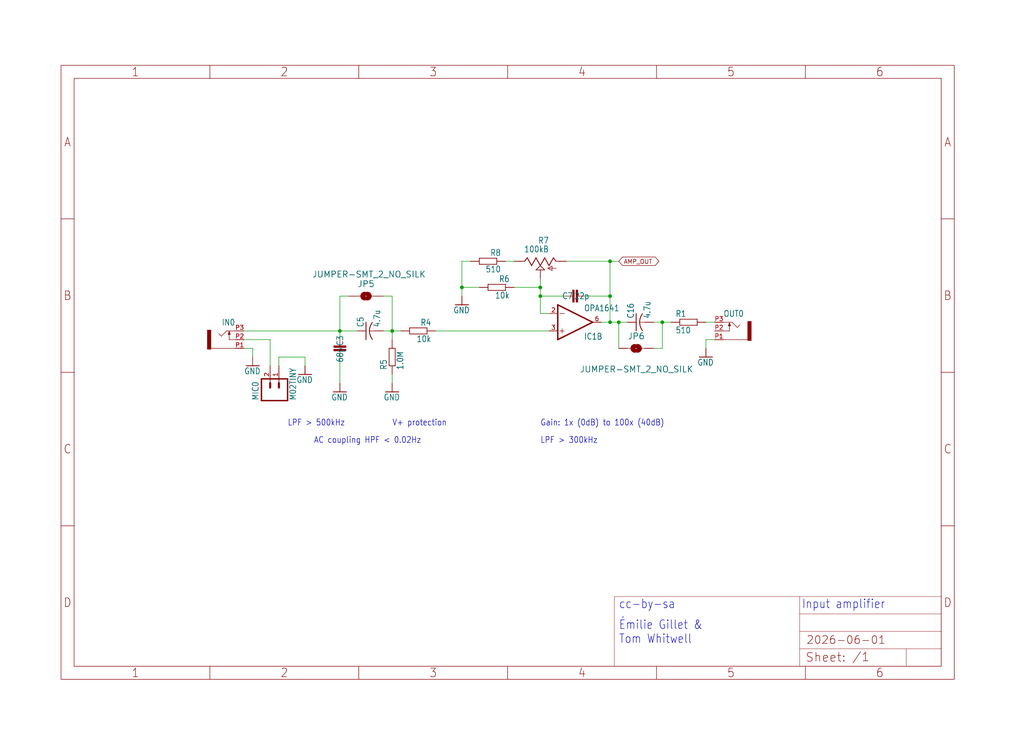
<source format=kicad_sch>
(kicad_sch
	(version 20231120)
	(generator "eeschema")
	(generator_version "8.0")
	(uuid "3e1f596f-da5a-4fad-beeb-fe958b4a70d9")
	(paper "User" 298.45 217.322)
	(lib_symbols
		(symbol "mikrophonie_2023-eagle-import:A4L-LOC"
			(exclude_from_sim no)
			(in_bom yes)
			(on_board yes)
			(property "Reference" "#FRAME"
				(at 0 0 0)
				(effects
					(font
						(size 1.27 1.27)
					)
					(hide yes)
				)
			)
			(property "Value" ""
				(at 0 0 0)
				(effects
					(font
						(size 1.27 1.27)
					)
					(hide yes)
				)
			)
			(property "Footprint" ""
				(at 0 0 0)
				(effects
					(font
						(size 1.27 1.27)
					)
					(hide yes)
				)
			)
			(property "Datasheet" ""
				(at 0 0 0)
				(effects
					(font
						(size 1.27 1.27)
					)
					(hide yes)
				)
			)
			(property "Description" "FRAME\n\nDIN A4, landscape with location and doc. field"
				(at 0 0 0)
				(effects
					(font
						(size 1.27 1.27)
					)
					(hide yes)
				)
			)
			(property "ki_locked" ""
				(at 0 0 0)
				(effects
					(font
						(size 1.27 1.27)
					)
				)
			)
			(symbol "A4L-LOC_1_0"
				(polyline
					(pts
						(xy 0 44.7675) (xy 3.81 44.7675)
					)
					(stroke
						(width 0)
						(type default)
					)
					(fill
						(type none)
					)
				)
				(polyline
					(pts
						(xy 0 89.535) (xy 3.81 89.535)
					)
					(stroke
						(width 0)
						(type default)
					)
					(fill
						(type none)
					)
				)
				(polyline
					(pts
						(xy 0 134.3025) (xy 3.81 134.3025)
					)
					(stroke
						(width 0)
						(type default)
					)
					(fill
						(type none)
					)
				)
				(polyline
					(pts
						(xy 3.81 3.81) (xy 3.81 175.26)
					)
					(stroke
						(width 0)
						(type default)
					)
					(fill
						(type none)
					)
				)
				(polyline
					(pts
						(xy 43.3917 0) (xy 43.3917 3.81)
					)
					(stroke
						(width 0)
						(type default)
					)
					(fill
						(type none)
					)
				)
				(polyline
					(pts
						(xy 43.3917 175.26) (xy 43.3917 179.07)
					)
					(stroke
						(width 0)
						(type default)
					)
					(fill
						(type none)
					)
				)
				(polyline
					(pts
						(xy 86.7833 0) (xy 86.7833 3.81)
					)
					(stroke
						(width 0)
						(type default)
					)
					(fill
						(type none)
					)
				)
				(polyline
					(pts
						(xy 86.7833 175.26) (xy 86.7833 179.07)
					)
					(stroke
						(width 0)
						(type default)
					)
					(fill
						(type none)
					)
				)
				(polyline
					(pts
						(xy 130.175 0) (xy 130.175 3.81)
					)
					(stroke
						(width 0)
						(type default)
					)
					(fill
						(type none)
					)
				)
				(polyline
					(pts
						(xy 130.175 175.26) (xy 130.175 179.07)
					)
					(stroke
						(width 0)
						(type default)
					)
					(fill
						(type none)
					)
				)
				(polyline
					(pts
						(xy 161.29 3.81) (xy 161.29 24.13)
					)
					(stroke
						(width 0.1016)
						(type solid)
					)
					(fill
						(type none)
					)
				)
				(polyline
					(pts
						(xy 161.29 24.13) (xy 215.265 24.13)
					)
					(stroke
						(width 0.1016)
						(type solid)
					)
					(fill
						(type none)
					)
				)
				(polyline
					(pts
						(xy 173.5667 0) (xy 173.5667 3.81)
					)
					(stroke
						(width 0)
						(type default)
					)
					(fill
						(type none)
					)
				)
				(polyline
					(pts
						(xy 173.5667 175.26) (xy 173.5667 179.07)
					)
					(stroke
						(width 0)
						(type default)
					)
					(fill
						(type none)
					)
				)
				(polyline
					(pts
						(xy 215.265 8.89) (xy 215.265 3.81)
					)
					(stroke
						(width 0.1016)
						(type solid)
					)
					(fill
						(type none)
					)
				)
				(polyline
					(pts
						(xy 215.265 8.89) (xy 215.265 13.97)
					)
					(stroke
						(width 0.1016)
						(type solid)
					)
					(fill
						(type none)
					)
				)
				(polyline
					(pts
						(xy 215.265 13.97) (xy 215.265 19.05)
					)
					(stroke
						(width 0.1016)
						(type solid)
					)
					(fill
						(type none)
					)
				)
				(polyline
					(pts
						(xy 215.265 13.97) (xy 256.54 13.97)
					)
					(stroke
						(width 0.1016)
						(type solid)
					)
					(fill
						(type none)
					)
				)
				(polyline
					(pts
						(xy 215.265 19.05) (xy 215.265 24.13)
					)
					(stroke
						(width 0.1016)
						(type solid)
					)
					(fill
						(type none)
					)
				)
				(polyline
					(pts
						(xy 215.265 19.05) (xy 256.54 19.05)
					)
					(stroke
						(width 0.1016)
						(type solid)
					)
					(fill
						(type none)
					)
				)
				(polyline
					(pts
						(xy 215.265 24.13) (xy 256.54 24.13)
					)
					(stroke
						(width 0.1016)
						(type solid)
					)
					(fill
						(type none)
					)
				)
				(polyline
					(pts
						(xy 216.9583 0) (xy 216.9583 3.81)
					)
					(stroke
						(width 0)
						(type default)
					)
					(fill
						(type none)
					)
				)
				(polyline
					(pts
						(xy 216.9583 175.26) (xy 216.9583 179.07)
					)
					(stroke
						(width 0)
						(type default)
					)
					(fill
						(type none)
					)
				)
				(polyline
					(pts
						(xy 246.38 3.81) (xy 246.38 8.89)
					)
					(stroke
						(width 0.1016)
						(type solid)
					)
					(fill
						(type none)
					)
				)
				(polyline
					(pts
						(xy 246.38 8.89) (xy 215.265 8.89)
					)
					(stroke
						(width 0.1016)
						(type solid)
					)
					(fill
						(type none)
					)
				)
				(polyline
					(pts
						(xy 246.38 8.89) (xy 256.54 8.89)
					)
					(stroke
						(width 0.1016)
						(type solid)
					)
					(fill
						(type none)
					)
				)
				(polyline
					(pts
						(xy 256.54 3.81) (xy 3.81 3.81)
					)
					(stroke
						(width 0)
						(type default)
					)
					(fill
						(type none)
					)
				)
				(polyline
					(pts
						(xy 256.54 3.81) (xy 256.54 8.89)
					)
					(stroke
						(width 0.1016)
						(type solid)
					)
					(fill
						(type none)
					)
				)
				(polyline
					(pts
						(xy 256.54 3.81) (xy 256.54 175.26)
					)
					(stroke
						(width 0)
						(type default)
					)
					(fill
						(type none)
					)
				)
				(polyline
					(pts
						(xy 256.54 8.89) (xy 256.54 13.97)
					)
					(stroke
						(width 0.1016)
						(type solid)
					)
					(fill
						(type none)
					)
				)
				(polyline
					(pts
						(xy 256.54 13.97) (xy 256.54 19.05)
					)
					(stroke
						(width 0.1016)
						(type solid)
					)
					(fill
						(type none)
					)
				)
				(polyline
					(pts
						(xy 256.54 19.05) (xy 256.54 24.13)
					)
					(stroke
						(width 0.1016)
						(type solid)
					)
					(fill
						(type none)
					)
				)
				(polyline
					(pts
						(xy 256.54 44.7675) (xy 260.35 44.7675)
					)
					(stroke
						(width 0)
						(type default)
					)
					(fill
						(type none)
					)
				)
				(polyline
					(pts
						(xy 256.54 89.535) (xy 260.35 89.535)
					)
					(stroke
						(width 0)
						(type default)
					)
					(fill
						(type none)
					)
				)
				(polyline
					(pts
						(xy 256.54 134.3025) (xy 260.35 134.3025)
					)
					(stroke
						(width 0)
						(type default)
					)
					(fill
						(type none)
					)
				)
				(polyline
					(pts
						(xy 256.54 175.26) (xy 3.81 175.26)
					)
					(stroke
						(width 0)
						(type default)
					)
					(fill
						(type none)
					)
				)
				(polyline
					(pts
						(xy 0 0) (xy 260.35 0) (xy 260.35 179.07) (xy 0 179.07) (xy 0 0)
					)
					(stroke
						(width 0)
						(type default)
					)
					(fill
						(type none)
					)
				)
				(text "${#}/${##}"
					(at 230.505 5.08 0)
					(effects
						(font
							(size 2.54 2.54)
						)
						(justify left bottom)
					)
				)
				(text "${CURRENT_DATE}"
					(at 217.17 10.16 0)
					(effects
						(font
							(size 2.286 2.286)
						)
						(justify left bottom)
					)
				)
				(text "${PROJECTNAME}"
					(at 217.17 15.24 0)
					(effects
						(font
							(size 2.54 2.54)
						)
						(justify left bottom)
					)
				)
				(text "1"
					(at 21.6958 1.905 0)
					(effects
						(font
							(size 2.54 2.286)
						)
					)
				)
				(text "1"
					(at 21.6958 177.165 0)
					(effects
						(font
							(size 2.54 2.286)
						)
					)
				)
				(text "2"
					(at 65.0875 1.905 0)
					(effects
						(font
							(size 2.54 2.286)
						)
					)
				)
				(text "2"
					(at 65.0875 177.165 0)
					(effects
						(font
							(size 2.54 2.286)
						)
					)
				)
				(text "3"
					(at 108.4792 1.905 0)
					(effects
						(font
							(size 2.54 2.286)
						)
					)
				)
				(text "3"
					(at 108.4792 177.165 0)
					(effects
						(font
							(size 2.54 2.286)
						)
					)
				)
				(text "4"
					(at 151.8708 1.905 0)
					(effects
						(font
							(size 2.54 2.286)
						)
					)
				)
				(text "4"
					(at 151.8708 177.165 0)
					(effects
						(font
							(size 2.54 2.286)
						)
					)
				)
				(text "5"
					(at 195.2625 1.905 0)
					(effects
						(font
							(size 2.54 2.286)
						)
					)
				)
				(text "5"
					(at 195.2625 177.165 0)
					(effects
						(font
							(size 2.54 2.286)
						)
					)
				)
				(text "6"
					(at 238.6542 1.905 0)
					(effects
						(font
							(size 2.54 2.286)
						)
					)
				)
				(text "6"
					(at 238.6542 177.165 0)
					(effects
						(font
							(size 2.54 2.286)
						)
					)
				)
				(text "A"
					(at 1.905 156.6863 0)
					(effects
						(font
							(size 2.54 2.286)
						)
					)
				)
				(text "A"
					(at 258.445 156.6863 0)
					(effects
						(font
							(size 2.54 2.286)
						)
					)
				)
				(text "B"
					(at 1.905 111.9188 0)
					(effects
						(font
							(size 2.54 2.286)
						)
					)
				)
				(text "B"
					(at 258.445 111.9188 0)
					(effects
						(font
							(size 2.54 2.286)
						)
					)
				)
				(text "C"
					(at 1.905 67.1513 0)
					(effects
						(font
							(size 2.54 2.286)
						)
					)
				)
				(text "C"
					(at 258.445 67.1513 0)
					(effects
						(font
							(size 2.54 2.286)
						)
					)
				)
				(text "D"
					(at 1.905 22.3838 0)
					(effects
						(font
							(size 2.54 2.286)
						)
					)
				)
				(text "D"
					(at 258.445 22.3838 0)
					(effects
						(font
							(size 2.54 2.286)
						)
					)
				)
				(text "Sheet:"
					(at 216.916 4.953 0)
					(effects
						(font
							(size 2.54 2.54)
						)
						(justify left bottom)
					)
				)
			)
		)
		(symbol "mikrophonie_2023-eagle-import:C-USC0603"
			(exclude_from_sim no)
			(in_bom yes)
			(on_board yes)
			(property "Reference" "C"
				(at 1.016 0.635 0)
				(effects
					(font
						(size 1.778 1.5113)
					)
					(justify left bottom)
				)
			)
			(property "Value" ""
				(at 1.016 -4.191 0)
				(effects
					(font
						(size 1.778 1.5113)
					)
					(justify left bottom)
				)
			)
			(property "Footprint" "mikrophonie_2023:C0603"
				(at 0 0 0)
				(effects
					(font
						(size 1.27 1.27)
					)
					(hide yes)
				)
			)
			(property "Datasheet" ""
				(at 0 0 0)
				(effects
					(font
						(size 1.27 1.27)
					)
					(hide yes)
				)
			)
			(property "Description" "CAPACITOR, American symbol"
				(at 0 0 0)
				(effects
					(font
						(size 1.27 1.27)
					)
					(hide yes)
				)
			)
			(property "ki_locked" ""
				(at 0 0 0)
				(effects
					(font
						(size 1.27 1.27)
					)
				)
			)
			(symbol "C-USC0603_1_0"
				(arc
					(start 0 -1.0161)
					(mid -1.302 -1.2303)
					(end -2.4668 -1.8504)
					(stroke
						(width 0.254)
						(type solid)
					)
					(fill
						(type none)
					)
				)
				(polyline
					(pts
						(xy -2.54 0) (xy 2.54 0)
					)
					(stroke
						(width 0.254)
						(type solid)
					)
					(fill
						(type none)
					)
				)
				(polyline
					(pts
						(xy 0 -1.016) (xy 0 -2.54)
					)
					(stroke
						(width 0.1524)
						(type solid)
					)
					(fill
						(type none)
					)
				)
				(arc
					(start 2.4892 -1.8541)
					(mid 1.3158 -1.2194)
					(end 0 -1)
					(stroke
						(width 0.254)
						(type solid)
					)
					(fill
						(type none)
					)
				)
				(pin passive line
					(at 0 2.54 270)
					(length 2.54)
					(name "1"
						(effects
							(font
								(size 0 0)
							)
						)
					)
					(number "1"
						(effects
							(font
								(size 0 0)
							)
						)
					)
				)
				(pin passive line
					(at 0 -5.08 90)
					(length 2.54)
					(name "2"
						(effects
							(font
								(size 0 0)
							)
						)
					)
					(number "2"
						(effects
							(font
								(size 0 0)
							)
						)
					)
				)
			)
		)
		(symbol "mikrophonie_2023-eagle-import:CAPACITOR-90"
			(exclude_from_sim no)
			(in_bom yes)
			(on_board yes)
			(property "Reference" ""
				(at 2.54 0 90)
				(effects
					(font
						(size 1.778 1.5113)
					)
					(justify top)
					(hide yes)
				)
			)
			(property "Value" ""
				(at -2.54 0 90)
				(effects
					(font
						(size 1.778 1.5113)
					)
					(justify bottom)
				)
			)
			(property "Footprint" "mikrophonie_2023:C0402-90"
				(at 0 0 0)
				(effects
					(font
						(size 1.27 1.27)
					)
					(hide yes)
				)
			)
			(property "Datasheet" ""
				(at 0 0 0)
				(effects
					(font
						(size 1.27 1.27)
					)
					(hide yes)
				)
			)
			(property "Description" ""
				(at 0 0 0)
				(effects
					(font
						(size 1.27 1.27)
					)
					(hide yes)
				)
			)
			(property "ki_locked" ""
				(at 0 0 0)
				(effects
					(font
						(size 1.27 1.27)
					)
				)
			)
			(symbol "CAPACITOR-90_1_0"
				(rectangle
					(start -1.778 -0.762)
					(end 1.778 -0.254)
					(stroke
						(width 0)
						(type default)
					)
					(fill
						(type outline)
					)
				)
				(rectangle
					(start -1.778 0.254)
					(end 1.778 0.762)
					(stroke
						(width 0)
						(type default)
					)
					(fill
						(type outline)
					)
				)
				(polyline
					(pts
						(xy 0 -2.54) (xy 0 -0.762)
					)
					(stroke
						(width 0.1524)
						(type solid)
					)
					(fill
						(type none)
					)
				)
				(polyline
					(pts
						(xy 0 2.54) (xy 0 0.762)
					)
					(stroke
						(width 0.1524)
						(type solid)
					)
					(fill
						(type none)
					)
				)
				(pin passive line
					(at 0 2.54 0)
					(length 0)
					(name "1"
						(effects
							(font
								(size 0 0)
							)
						)
					)
					(number "1"
						(effects
							(font
								(size 0 0)
							)
						)
					)
				)
				(pin passive line
					(at 0 -2.54 90)
					(length 0)
					(name "2"
						(effects
							(font
								(size 0 0)
							)
						)
					)
					(number "2"
						(effects
							(font
								(size 0 0)
							)
						)
					)
				)
			)
		)
		(symbol "mikrophonie_2023-eagle-import:GND"
			(power)
			(exclude_from_sim no)
			(in_bom yes)
			(on_board yes)
			(property "Reference" "#GND"
				(at 0 0 0)
				(effects
					(font
						(size 1.27 1.27)
					)
					(hide yes)
				)
			)
			(property "Value" ""
				(at -2.54 -2.54 0)
				(effects
					(font
						(size 1.778 1.5113)
					)
					(justify left bottom)
				)
			)
			(property "Footprint" ""
				(at 0 0 0)
				(effects
					(font
						(size 1.27 1.27)
					)
					(hide yes)
				)
			)
			(property "Datasheet" ""
				(at 0 0 0)
				(effects
					(font
						(size 1.27 1.27)
					)
					(hide yes)
				)
			)
			(property "Description" "SUPPLY SYMBOL"
				(at 0 0 0)
				(effects
					(font
						(size 1.27 1.27)
					)
					(hide yes)
				)
			)
			(property "ki_locked" ""
				(at 0 0 0)
				(effects
					(font
						(size 1.27 1.27)
					)
				)
			)
			(symbol "GND_1_0"
				(polyline
					(pts
						(xy -1.905 0) (xy 1.905 0)
					)
					(stroke
						(width 0.254)
						(type solid)
					)
					(fill
						(type none)
					)
				)
				(pin power_in line
					(at 0 2.54 270)
					(length 2.54)
					(name "GND"
						(effects
							(font
								(size 0 0)
							)
						)
					)
					(number "1"
						(effects
							(font
								(size 0 0)
							)
						)
					)
				)
			)
		)
		(symbol "mikrophonie_2023-eagle-import:JUMPER-SMT_2_NO_SILK"
			(exclude_from_sim no)
			(in_bom yes)
			(on_board yes)
			(property "Reference" "JP"
				(at -2.54 2.54 0)
				(effects
					(font
						(size 1.778 1.778)
					)
					(justify left bottom)
				)
			)
			(property "Value" ""
				(at -2.54 -2.54 0)
				(effects
					(font
						(size 1.778 1.778)
					)
					(justify left top)
				)
			)
			(property "Footprint" "mikrophonie_2023:SMT-JUMPER_2_NO_SILK"
				(at 0 0 0)
				(effects
					(font
						(size 1.27 1.27)
					)
					(hide yes)
				)
			)
			(property "Datasheet" ""
				(at 0 0 0)
				(effects
					(font
						(size 1.27 1.27)
					)
					(hide yes)
				)
			)
			(property "Description" "Normally open jumper\n\nThis jumper has two pads in close proximity to each other. Apply solder to close the connection.\n\nRound pads are easier to solder for beginners, but are a lot larger.\n\nSparkFun Product that uses the round pads:\n\n• https://www.sparkfun.com/products/12781 SparkFun EL Sequencer"
				(at 0 0 0)
				(effects
					(font
						(size 1.27 1.27)
					)
					(hide yes)
				)
			)
			(property "ki_locked" ""
				(at 0 0 0)
				(effects
					(font
						(size 1.27 1.27)
					)
				)
			)
			(symbol "JUMPER-SMT_2_NO_SILK_1_0"
				(arc
					(start -0.3808 0.635)
					(mid -1.0159 0.0001)
					(end -0.381 -0.635)
					(stroke
						(width 1.27)
						(type solid)
					)
					(fill
						(type none)
					)
				)
				(polyline
					(pts
						(xy -2.54 0) (xy -1.651 0)
					)
					(stroke
						(width 0.1524)
						(type solid)
					)
					(fill
						(type none)
					)
				)
				(polyline
					(pts
						(xy 2.54 0) (xy 1.651 0)
					)
					(stroke
						(width 0.1524)
						(type solid)
					)
					(fill
						(type none)
					)
				)
				(arc
					(start 0.3808 -0.635)
					(mid 1.0159 -0.0001)
					(end 0.381 0.635)
					(stroke
						(width 1.27)
						(type solid)
					)
					(fill
						(type none)
					)
				)
				(pin passive line
					(at -5.08 0 0)
					(length 2.54)
					(name "1"
						(effects
							(font
								(size 0 0)
							)
						)
					)
					(number "1"
						(effects
							(font
								(size 0 0)
							)
						)
					)
				)
				(pin passive line
					(at 5.08 0 180)
					(length 2.54)
					(name "2"
						(effects
							(font
								(size 0 0)
							)
						)
					)
					(number "2"
						(effects
							(font
								(size 0 0)
							)
						)
					)
				)
			)
		)
		(symbol "mikrophonie_2023-eagle-import:M02TINY"
			(exclude_from_sim no)
			(in_bom yes)
			(on_board yes)
			(property "Reference" "JP"
				(at -2.54 5.842 0)
				(effects
					(font
						(size 1.778 1.5113)
					)
					(justify left bottom)
				)
			)
			(property "Value" ""
				(at -2.54 -5.08 0)
				(effects
					(font
						(size 1.778 1.5113)
					)
					(justify left bottom)
				)
			)
			(property "Footprint" "mikrophonie_2023:1X02_TINY"
				(at 0 0 0)
				(effects
					(font
						(size 1.27 1.27)
					)
					(hide yes)
				)
			)
			(property "Datasheet" ""
				(at 0 0 0)
				(effects
					(font
						(size 1.27 1.27)
					)
					(hide yes)
				)
			)
			(property "Description" "Header 2 Standard 2-pin 0.1\" header. Use with straight break away headers (SKU : PRT-00116), right angle break away headers (PRT-00553), swiss pins (PRT-00743), machine pins (PRT-00117), and female headers (PRT-00115). Molex polarized connector foot print use with SKU : PRT-08233 with associated crimp pins and housings."
				(at 0 0 0)
				(effects
					(font
						(size 1.27 1.27)
					)
					(hide yes)
				)
			)
			(property "ki_locked" ""
				(at 0 0 0)
				(effects
					(font
						(size 1.27 1.27)
					)
				)
			)
			(symbol "M02TINY_1_0"
				(polyline
					(pts
						(xy -2.54 5.08) (xy -2.54 -2.54)
					)
					(stroke
						(width 0.4064)
						(type solid)
					)
					(fill
						(type none)
					)
				)
				(polyline
					(pts
						(xy -2.54 5.08) (xy 3.81 5.08)
					)
					(stroke
						(width 0.4064)
						(type solid)
					)
					(fill
						(type none)
					)
				)
				(polyline
					(pts
						(xy 1.27 0) (xy 2.54 0)
					)
					(stroke
						(width 0.6096)
						(type solid)
					)
					(fill
						(type none)
					)
				)
				(polyline
					(pts
						(xy 1.27 2.54) (xy 2.54 2.54)
					)
					(stroke
						(width 0.6096)
						(type solid)
					)
					(fill
						(type none)
					)
				)
				(polyline
					(pts
						(xy 3.81 -2.54) (xy -2.54 -2.54)
					)
					(stroke
						(width 0.4064)
						(type solid)
					)
					(fill
						(type none)
					)
				)
				(polyline
					(pts
						(xy 3.81 -2.54) (xy 3.81 5.08)
					)
					(stroke
						(width 0.4064)
						(type solid)
					)
					(fill
						(type none)
					)
				)
				(pin passive line
					(at 7.62 0 180)
					(length 5.08)
					(name "1"
						(effects
							(font
								(size 0 0)
							)
						)
					)
					(number "1"
						(effects
							(font
								(size 1.27 1.27)
							)
						)
					)
				)
				(pin passive line
					(at 7.62 2.54 180)
					(length 5.08)
					(name "2"
						(effects
							(font
								(size 0 0)
							)
						)
					)
					(number "2"
						(effects
							(font
								(size 1.27 1.27)
							)
						)
					)
				)
			)
		)
		(symbol "mikrophonie_2023-eagle-import:OPA1641"
			(exclude_from_sim no)
			(in_bom yes)
			(on_board yes)
			(property "Reference" "IC"
				(at 2.54 3.175 0)
				(effects
					(font
						(size 1.778 1.5113)
					)
					(justify left bottom)
					(hide yes)
				)
			)
			(property "Value" ""
				(at 2.54 -5.08 0)
				(effects
					(font
						(size 1.778 1.5113)
					)
					(justify left bottom)
					(hide yes)
				)
			)
			(property "Footprint" "mikrophonie_2023:MSOP8"
				(at 0 0 0)
				(effects
					(font
						(size 1.27 1.27)
					)
					(hide yes)
				)
			)
			(property "Datasheet" ""
				(at 0 0 0)
				(effects
					(font
						(size 1.27 1.27)
					)
					(hide yes)
				)
			)
			(property "Description" ""
				(at 0 0 0)
				(effects
					(font
						(size 1.27 1.27)
					)
					(hide yes)
				)
			)
			(property "ki_locked" ""
				(at 0 0 0)
				(effects
					(font
						(size 1.27 1.27)
					)
				)
			)
			(symbol "OPA1641_1_0"
				(text "V+"
					(at 1.27 3.175 900)
					(effects
						(font
							(size 0.8128 0.6908)
						)
						(justify left bottom)
					)
				)
				(text "V-"
					(at 1.27 -4.445 900)
					(effects
						(font
							(size 0.8128 0.6908)
						)
						(justify left bottom)
					)
				)
				(pin power_in line
					(at 0 -7.62 90)
					(length 5.08)
					(name "V-"
						(effects
							(font
								(size 0 0)
							)
						)
					)
					(number "4"
						(effects
							(font
								(size 1.27 1.27)
							)
						)
					)
				)
				(pin power_in line
					(at 0 7.62 270)
					(length 5.08)
					(name "V+"
						(effects
							(font
								(size 0 0)
							)
						)
					)
					(number "7"
						(effects
							(font
								(size 1.27 1.27)
							)
						)
					)
				)
			)
			(symbol "OPA1641_2_0"
				(polyline
					(pts
						(xy -5.08 -5.08) (xy 5.08 0)
					)
					(stroke
						(width 0.4064)
						(type solid)
					)
					(fill
						(type none)
					)
				)
				(polyline
					(pts
						(xy -5.08 5.08) (xy -5.08 -5.08)
					)
					(stroke
						(width 0.4064)
						(type solid)
					)
					(fill
						(type none)
					)
				)
				(polyline
					(pts
						(xy -4.445 -2.54) (xy -3.175 -2.54)
					)
					(stroke
						(width 0.1524)
						(type solid)
					)
					(fill
						(type none)
					)
				)
				(polyline
					(pts
						(xy -4.445 2.54) (xy -3.175 2.54)
					)
					(stroke
						(width 0.1524)
						(type solid)
					)
					(fill
						(type none)
					)
				)
				(polyline
					(pts
						(xy -3.81 3.175) (xy -3.81 1.905)
					)
					(stroke
						(width 0.1524)
						(type solid)
					)
					(fill
						(type none)
					)
				)
				(polyline
					(pts
						(xy 5.08 0) (xy -5.08 5.08)
					)
					(stroke
						(width 0.4064)
						(type solid)
					)
					(fill
						(type none)
					)
				)
				(pin input line
					(at -7.62 -2.54 0)
					(length 2.54)
					(name "-IN"
						(effects
							(font
								(size 0 0)
							)
						)
					)
					(number "2"
						(effects
							(font
								(size 1.27 1.27)
							)
						)
					)
				)
				(pin input line
					(at -7.62 2.54 0)
					(length 2.54)
					(name "+IN"
						(effects
							(font
								(size 0 0)
							)
						)
					)
					(number "3"
						(effects
							(font
								(size 1.27 1.27)
							)
						)
					)
				)
				(pin output line
					(at 7.62 0 180)
					(length 2.54)
					(name "OUT"
						(effects
							(font
								(size 0 0)
							)
						)
					)
					(number "6"
						(effects
							(font
								(size 1.27 1.27)
							)
						)
					)
				)
			)
		)
		(symbol "mikrophonie_2023-eagle-import:PJ301_THONKICONN6"
			(exclude_from_sim no)
			(in_bom yes)
			(on_board yes)
			(property "Reference" "J"
				(at -2.54 4.064 0)
				(effects
					(font
						(size 1.778 1.5113)
					)
					(justify left bottom)
				)
			)
			(property "Value" ""
				(at 0 0 0)
				(effects
					(font
						(size 1.27 1.27)
					)
					(hide yes)
				)
			)
			(property "Footprint" "mikrophonie_2023:WQP_PJ_301M6"
				(at 0 0 0)
				(effects
					(font
						(size 1.27 1.27)
					)
					(hide yes)
				)
			)
			(property "Datasheet" ""
				(at 0 0 0)
				(effects
					(font
						(size 1.27 1.27)
					)
					(hide yes)
				)
			)
			(property "Description" ""
				(at 0 0 0)
				(effects
					(font
						(size 1.27 1.27)
					)
					(hide yes)
				)
			)
			(property "ki_locked" ""
				(at 0 0 0)
				(effects
					(font
						(size 1.27 1.27)
					)
				)
			)
			(symbol "PJ301_THONKICONN6_1_0"
				(polyline
					(pts
						(xy -2.54 -2.54) (xy 4.572 -2.54)
					)
					(stroke
						(width 0.1524)
						(type solid)
					)
					(fill
						(type none)
					)
				)
				(polyline
					(pts
						(xy -2.54 0) (xy -0.762 0)
					)
					(stroke
						(width 0.1524)
						(type solid)
					)
					(fill
						(type none)
					)
				)
				(polyline
					(pts
						(xy -2.54 2.54) (xy 0 2.54)
					)
					(stroke
						(width 0.1524)
						(type solid)
					)
					(fill
						(type none)
					)
				)
				(polyline
					(pts
						(xy -1.016 1.524) (xy -0.508 1.524)
					)
					(stroke
						(width 0.254)
						(type solid)
					)
					(fill
						(type none)
					)
				)
				(polyline
					(pts
						(xy -0.762 0) (xy -0.762 2.286)
					)
					(stroke
						(width 0.1524)
						(type solid)
					)
					(fill
						(type none)
					)
				)
				(polyline
					(pts
						(xy -0.762 2.286) (xy -1.016 1.524)
					)
					(stroke
						(width 0.254)
						(type solid)
					)
					(fill
						(type none)
					)
				)
				(polyline
					(pts
						(xy -0.508 1.524) (xy -0.762 2.286)
					)
					(stroke
						(width 0.254)
						(type solid)
					)
					(fill
						(type none)
					)
				)
				(polyline
					(pts
						(xy 0 2.54) (xy 1.524 1.016)
					)
					(stroke
						(width 0.1524)
						(type solid)
					)
					(fill
						(type none)
					)
				)
				(polyline
					(pts
						(xy 1.524 1.016) (xy 2.286 1.778)
					)
					(stroke
						(width 0.1524)
						(type solid)
					)
					(fill
						(type none)
					)
				)
				(rectangle
					(start 4.572 2.794)
					(end 5.588 -2.794)
					(stroke
						(width 0)
						(type default)
					)
					(fill
						(type outline)
					)
				)
				(pin passive line
					(at -5.08 -2.54 0)
					(length 2.54)
					(name "1"
						(effects
							(font
								(size 0 0)
							)
						)
					)
					(number "P1"
						(effects
							(font
								(size 1.27 1.27)
							)
						)
					)
				)
				(pin passive line
					(at -5.08 0 0)
					(length 2.54)
					(name "2"
						(effects
							(font
								(size 0 0)
							)
						)
					)
					(number "P2"
						(effects
							(font
								(size 1.27 1.27)
							)
						)
					)
				)
				(pin passive line
					(at -5.08 2.54 0)
					(length 2.54)
					(name "3"
						(effects
							(font
								(size 0 0)
							)
						)
					)
					(number "P3"
						(effects
							(font
								(size 1.27 1.27)
							)
						)
					)
				)
			)
		)
		(symbol "mikrophonie_2023-eagle-import:POT_USVERTICAL_PS"
			(exclude_from_sim no)
			(in_bom yes)
			(on_board yes)
			(property "Reference" "R"
				(at -5.08 -2.54 90)
				(effects
					(font
						(size 1.778 1.5113)
					)
					(justify left bottom)
				)
			)
			(property "Value" ""
				(at -2.54 -2.54 90)
				(effects
					(font
						(size 1.778 1.5113)
					)
					(justify left bottom)
				)
			)
			(property "Footprint" "mikrophonie_2023:ALPS_POT_VERTICAL_PS"
				(at 0 0 0)
				(effects
					(font
						(size 1.27 1.27)
					)
					(hide yes)
				)
			)
			(property "Datasheet" ""
				(at 0 0 0)
				(effects
					(font
						(size 1.27 1.27)
					)
					(hide yes)
				)
			)
			(property "Description" ""
				(at 0 0 0)
				(effects
					(font
						(size 1.27 1.27)
					)
					(hide yes)
				)
			)
			(property "ki_locked" ""
				(at 0 0 0)
				(effects
					(font
						(size 1.27 1.27)
					)
				)
			)
			(symbol "POT_USVERTICAL_PS_1_0"
				(polyline
					(pts
						(xy -1.016 -3.81) (xy 1.27 -2.54)
					)
					(stroke
						(width 0.254)
						(type solid)
					)
					(fill
						(type none)
					)
				)
				(polyline
					(pts
						(xy -1.016 -1.27) (xy 1.27 0)
					)
					(stroke
						(width 0.254)
						(type solid)
					)
					(fill
						(type none)
					)
				)
				(polyline
					(pts
						(xy -1.016 1.27) (xy 1.27 2.54)
					)
					(stroke
						(width 0.254)
						(type solid)
					)
					(fill
						(type none)
					)
				)
				(polyline
					(pts
						(xy -1.016 3.81) (xy 0 4.572)
					)
					(stroke
						(width 0.254)
						(type solid)
					)
					(fill
						(type none)
					)
				)
				(polyline
					(pts
						(xy 0 -5.08) (xy 0 -4.572)
					)
					(stroke
						(width 0.1524)
						(type solid)
					)
					(fill
						(type none)
					)
				)
				(polyline
					(pts
						(xy 0 -4.572) (xy -1.016 -3.81)
					)
					(stroke
						(width 0.254)
						(type solid)
					)
					(fill
						(type none)
					)
				)
				(polyline
					(pts
						(xy 0 4.572) (xy 0 5.08)
					)
					(stroke
						(width 0.1524)
						(type solid)
					)
					(fill
						(type none)
					)
				)
				(polyline
					(pts
						(xy 1.27 -2.54) (xy -1.016 -1.27)
					)
					(stroke
						(width 0.254)
						(type solid)
					)
					(fill
						(type none)
					)
				)
				(polyline
					(pts
						(xy 1.27 0) (xy -1.016 1.27)
					)
					(stroke
						(width 0.254)
						(type solid)
					)
					(fill
						(type none)
					)
				)
				(polyline
					(pts
						(xy 1.27 0) (xy 2.54 1.27)
					)
					(stroke
						(width 0.2032)
						(type solid)
					)
					(fill
						(type none)
					)
				)
				(polyline
					(pts
						(xy 1.27 2.54) (xy -1.016 3.81)
					)
					(stroke
						(width 0.254)
						(type solid)
					)
					(fill
						(type none)
					)
				)
				(polyline
					(pts
						(xy 1.397 -3.429) (xy 2.032 -2.159)
					)
					(stroke
						(width 0.1524)
						(type solid)
					)
					(fill
						(type none)
					)
				)
				(polyline
					(pts
						(xy 2.032 -4.699) (xy 2.032 -2.159)
					)
					(stroke
						(width 0.1524)
						(type solid)
					)
					(fill
						(type none)
					)
				)
				(polyline
					(pts
						(xy 2.032 -2.159) (xy 2.667 -3.429)
					)
					(stroke
						(width 0.1524)
						(type solid)
					)
					(fill
						(type none)
					)
				)
				(polyline
					(pts
						(xy 2.54 -1.27) (xy 1.27 0)
					)
					(stroke
						(width 0.2032)
						(type solid)
					)
					(fill
						(type none)
					)
				)
				(polyline
					(pts
						(xy 2.54 1.27) (xy 2.54 -1.27)
					)
					(stroke
						(width 0.2032)
						(type solid)
					)
					(fill
						(type none)
					)
				)
				(polyline
					(pts
						(xy 2.667 -3.429) (xy 1.397 -3.429)
					)
					(stroke
						(width 0.1524)
						(type solid)
					)
					(fill
						(type none)
					)
				)
				(pin passive line
					(at 0 7.62 270)
					(length 2.54)
					(name "E"
						(effects
							(font
								(size 0 0)
							)
						)
					)
					(number "P$1"
						(effects
							(font
								(size 0 0)
							)
						)
					)
				)
				(pin passive line
					(at 5.08 0 180)
					(length 2.54)
					(name "S"
						(effects
							(font
								(size 0 0)
							)
						)
					)
					(number "P$2"
						(effects
							(font
								(size 0 0)
							)
						)
					)
				)
				(pin passive line
					(at 0 -7.62 90)
					(length 2.54)
					(name "A"
						(effects
							(font
								(size 0 0)
							)
						)
					)
					(number "P$3"
						(effects
							(font
								(size 0 0)
							)
						)
					)
				)
			)
		)
		(symbol "mikrophonie_2023-eagle-import:RESISTOR-0402_90"
			(exclude_from_sim no)
			(in_bom yes)
			(on_board yes)
			(property "Reference" "R"
				(at 0 1.27 0)
				(effects
					(font
						(size 1.778 1.5113)
					)
					(justify bottom)
				)
			)
			(property "Value" ""
				(at 0 -1.27 0)
				(effects
					(font
						(size 1.778 1.5113)
					)
					(justify top)
				)
			)
			(property "Footprint" "mikrophonie_2023:C0402-90"
				(at 0 0 0)
				(effects
					(font
						(size 1.27 1.27)
					)
					(hide yes)
				)
			)
			(property "Datasheet" ""
				(at 0 0 0)
				(effects
					(font
						(size 1.27 1.27)
					)
					(hide yes)
				)
			)
			(property "Description" "Resistors\nall kinds in 0402 and 0603"
				(at 0 0 0)
				(effects
					(font
						(size 1.27 1.27)
					)
					(hide yes)
				)
			)
			(property "ki_locked" ""
				(at 0 0 0)
				(effects
					(font
						(size 1.27 1.27)
					)
				)
			)
			(symbol "RESISTOR-0402_90_1_0"
				(polyline
					(pts
						(xy -2.54 -0.889) (xy -2.54 0.889)
					)
					(stroke
						(width 0.2032)
						(type solid)
					)
					(fill
						(type none)
					)
				)
				(polyline
					(pts
						(xy -2.54 0.889) (xy 2.54 0.889)
					)
					(stroke
						(width 0.2032)
						(type solid)
					)
					(fill
						(type none)
					)
				)
				(polyline
					(pts
						(xy 2.54 -0.889) (xy -2.54 -0.889)
					)
					(stroke
						(width 0.2032)
						(type solid)
					)
					(fill
						(type none)
					)
				)
				(polyline
					(pts
						(xy 2.54 0.889) (xy 2.54 -0.889)
					)
					(stroke
						(width 0.2032)
						(type solid)
					)
					(fill
						(type none)
					)
				)
				(pin passive line
					(at -5.08 0 0)
					(length 2.54)
					(name "1"
						(effects
							(font
								(size 0 0)
							)
						)
					)
					(number "1"
						(effects
							(font
								(size 0 0)
							)
						)
					)
				)
				(pin passive line
					(at 5.08 0 180)
					(length 2.54)
					(name "2"
						(effects
							(font
								(size 0 0)
							)
						)
					)
					(number "2"
						(effects
							(font
								(size 0 0)
							)
						)
					)
				)
			)
		)
	)
	(junction
		(at 114.3 96.52)
		(diameter 0)
		(color 0 0 0 0)
		(uuid "011412ab-f0c1-4482-9773-497bc9cad7d7")
	)
	(junction
		(at 177.8 93.98)
		(diameter 0)
		(color 0 0 0 0)
		(uuid "0f032a24-6092-45c8-a8f9-fa7b442b3fb7")
	)
	(junction
		(at 177.8 86.36)
		(diameter 0)
		(color 0 0 0 0)
		(uuid "1029a189-6d67-4ccb-bfb5-19beb5cfd781")
	)
	(junction
		(at 177.8 76.2)
		(diameter 0)
		(color 0 0 0 0)
		(uuid "19b514b6-33d5-4bf1-9bab-e007252ab374")
	)
	(junction
		(at 157.48 83.82)
		(diameter 0)
		(color 0 0 0 0)
		(uuid "1fabf7f7-25d6-4a6e-96b3-89bb58215c45")
	)
	(junction
		(at 180.34 93.98)
		(diameter 0)
		(color 0 0 0 0)
		(uuid "2ba8ceff-ef5a-4bc1-8515-a62b98941cb2")
	)
	(junction
		(at 157.48 86.36)
		(diameter 0)
		(color 0 0 0 0)
		(uuid "567349fd-a35e-4f42-98f5-2dc771399f70")
	)
	(junction
		(at 99.06 96.52)
		(diameter 0)
		(color 0 0 0 0)
		(uuid "5969820e-e021-40bd-b309-4a84226c09a1")
	)
	(junction
		(at 134.62 83.82)
		(diameter 0)
		(color 0 0 0 0)
		(uuid "8f85bfb1-e352-47c2-88a6-98b2cf8be211")
	)
	(junction
		(at 193.04 93.98)
		(diameter 0)
		(color 0 0 0 0)
		(uuid "d4e24e68-f071-4e96-bc9b-ca299d371157")
	)
	(wire
		(pts
			(xy 177.8 76.2) (xy 177.8 86.36)
		)
		(stroke
			(width 0.1524)
			(type solid)
		)
		(uuid "04fca2e8-b561-449c-9c32-2b31cf5d215d")
	)
	(wire
		(pts
			(xy 134.62 83.82) (xy 134.62 76.2)
		)
		(stroke
			(width 0.1524)
			(type solid)
		)
		(uuid "0bf5ffe9-c8e4-4ec2-bbb3-243e78d51e14")
	)
	(wire
		(pts
			(xy 208.28 99.06) (xy 205.74 99.06)
		)
		(stroke
			(width 0.1524)
			(type solid)
		)
		(uuid "15369c40-7459-40a3-9b2a-3d29b6c9af0e")
	)
	(wire
		(pts
			(xy 149.86 83.82) (xy 157.48 83.82)
		)
		(stroke
			(width 0.1524)
			(type solid)
		)
		(uuid "1fda1f0a-7a7e-49ca-808f-1d9df476a0d5")
	)
	(wire
		(pts
			(xy 160.02 91.44) (xy 157.48 91.44)
		)
		(stroke
			(width 0.1524)
			(type solid)
		)
		(uuid "2061770f-ad2b-41c0-9619-7c449f4c9c9c")
	)
	(wire
		(pts
			(xy 180.34 93.98) (xy 182.88 93.98)
		)
		(stroke
			(width 0.1524)
			(type solid)
		)
		(uuid "2242f07e-bbb7-4734-9bcf-7cbb88f29653")
	)
	(wire
		(pts
			(xy 81.28 106.68) (xy 81.28 104.14)
		)
		(stroke
			(width 0.1524)
			(type solid)
		)
		(uuid "24e262aa-8756-4b6c-8336-d18c23a15205")
	)
	(wire
		(pts
			(xy 73.66 101.6) (xy 73.66 104.14)
		)
		(stroke
			(width 0.1524)
			(type solid)
		)
		(uuid "27a6de96-a764-455c-9a15-3e3cf13c6ab0")
	)
	(wire
		(pts
			(xy 71.12 101.6) (xy 73.66 101.6)
		)
		(stroke
			(width 0.1524)
			(type solid)
		)
		(uuid "2a4e9532-19d3-48be-8462-6b68afcddbda")
	)
	(wire
		(pts
			(xy 134.62 86.36) (xy 134.62 83.82)
		)
		(stroke
			(width 0.1524)
			(type solid)
		)
		(uuid "3138d1ba-c83f-4fd2-85b8-64a4f38bb4d5")
	)
	(wire
		(pts
			(xy 190.5 101.6) (xy 193.04 101.6)
		)
		(stroke
			(width 0.1524)
			(type solid)
		)
		(uuid "3cd4f2a2-2d58-4a76-9a75-fce9f35df997")
	)
	(wire
		(pts
			(xy 177.8 86.36) (xy 177.8 93.98)
		)
		(stroke
			(width 0.1524)
			(type solid)
		)
		(uuid "3f82d2e8-43c5-4e10-a492-4b47f659a0c8")
	)
	(wire
		(pts
			(xy 147.32 76.2) (xy 149.86 76.2)
		)
		(stroke
			(width 0.1524)
			(type solid)
		)
		(uuid "4002596d-41cf-4777-b877-7a85a217498e")
	)
	(wire
		(pts
			(xy 71.12 96.52) (xy 99.06 96.52)
		)
		(stroke
			(width 0.1524)
			(type solid)
		)
		(uuid "49e31ffc-a9da-4cb3-8c71-c7f49b85a74e")
	)
	(wire
		(pts
			(xy 165.1 76.2) (xy 177.8 76.2)
		)
		(stroke
			(width 0.1524)
			(type solid)
		)
		(uuid "4b2e1636-ddf7-4dbd-a927-dde9565bec7d")
	)
	(wire
		(pts
			(xy 114.3 86.36) (xy 114.3 96.52)
		)
		(stroke
			(width 0.1524)
			(type solid)
		)
		(uuid "50e139c7-a1b0-4d71-ac2e-2180ae2f446a")
	)
	(wire
		(pts
			(xy 81.28 104.14) (xy 88.9 104.14)
		)
		(stroke
			(width 0.1524)
			(type solid)
		)
		(uuid "595ef5bb-1eac-470d-b45b-0936ad8059db")
	)
	(wire
		(pts
			(xy 193.04 101.6) (xy 193.04 93.98)
		)
		(stroke
			(width 0.1524)
			(type solid)
		)
		(uuid "628e5b63-aa96-4e12-a77f-6d495a65e594")
	)
	(wire
		(pts
			(xy 139.7 83.82) (xy 134.62 83.82)
		)
		(stroke
			(width 0.1524)
			(type solid)
		)
		(uuid "6c598dd3-8cfd-4b4b-af54-997b80e007d6")
	)
	(wire
		(pts
			(xy 205.74 99.06) (xy 205.74 101.6)
		)
		(stroke
			(width 0.1524)
			(type solid)
		)
		(uuid "6e757f8c-961f-40e0-8843-345e975c1d44")
	)
	(wire
		(pts
			(xy 99.06 96.52) (xy 99.06 99.06)
		)
		(stroke
			(width 0.1524)
			(type solid)
		)
		(uuid "72281548-5786-42c6-b232-0d8e65e92f11")
	)
	(wire
		(pts
			(xy 157.48 91.44) (xy 157.48 86.36)
		)
		(stroke
			(width 0.1524)
			(type solid)
		)
		(uuid "738f068f-e7ef-44f3-bff8-96b52de7b0df")
	)
	(wire
		(pts
			(xy 127 96.52) (xy 160.02 96.52)
		)
		(stroke
			(width 0.1524)
			(type solid)
		)
		(uuid "7f8d6e81-2f42-49cb-8a8e-2c72e9266cec")
	)
	(wire
		(pts
			(xy 104.14 96.52) (xy 99.06 96.52)
		)
		(stroke
			(width 0.1524)
			(type solid)
		)
		(uuid "8078b488-5286-444b-a16a-6f90f430f073")
	)
	(wire
		(pts
			(xy 101.6 86.36) (xy 99.06 86.36)
		)
		(stroke
			(width 0.1524)
			(type solid)
		)
		(uuid "822b8a5d-a050-4aff-8782-06dcc49a134a")
	)
	(wire
		(pts
			(xy 170.18 86.36) (xy 177.8 86.36)
		)
		(stroke
			(width 0.1524)
			(type solid)
		)
		(uuid "84f7eff0-be63-4fd7-b466-b3d496e857ce")
	)
	(wire
		(pts
			(xy 111.76 96.52) (xy 114.3 96.52)
		)
		(stroke
			(width 0.1524)
			(type solid)
		)
		(uuid "874f0a91-0d41-45be-a4a1-62dd5d722b33")
	)
	(wire
		(pts
			(xy 114.3 99.06) (xy 114.3 96.52)
		)
		(stroke
			(width 0.1524)
			(type solid)
		)
		(uuid "8a955035-4eb2-45cc-be2e-7a4a0cd430df")
	)
	(wire
		(pts
			(xy 157.48 83.82) (xy 157.48 81.28)
		)
		(stroke
			(width 0.1524)
			(type solid)
		)
		(uuid "8de89edf-57c0-4e9e-9acb-dbb86be378bc")
	)
	(wire
		(pts
			(xy 99.06 104.14) (xy 99.06 111.76)
		)
		(stroke
			(width 0.1524)
			(type solid)
		)
		(uuid "8e4face0-9494-43e9-b8c5-3327f6117973")
	)
	(wire
		(pts
			(xy 88.9 104.14) (xy 88.9 106.68)
		)
		(stroke
			(width 0.1524)
			(type solid)
		)
		(uuid "8fdd39ec-097d-41b0-8bc8-53dec9460827")
	)
	(wire
		(pts
			(xy 111.76 86.36) (xy 114.3 86.36)
		)
		(stroke
			(width 0.1524)
			(type solid)
		)
		(uuid "9fba436f-d81a-4e8e-9002-a1a9f7472265")
	)
	(wire
		(pts
			(xy 175.26 93.98) (xy 177.8 93.98)
		)
		(stroke
			(width 0.1524)
			(type solid)
		)
		(uuid "a006c00a-d270-401e-a0ed-9bd582195ba8")
	)
	(wire
		(pts
			(xy 180.34 101.6) (xy 180.34 93.98)
		)
		(stroke
			(width 0.1524)
			(type solid)
		)
		(uuid "afbbd003-2a05-4e81-bb93-fbeb14b02fca")
	)
	(wire
		(pts
			(xy 180.34 76.2) (xy 177.8 76.2)
		)
		(stroke
			(width 0.1524)
			(type solid)
		)
		(uuid "b343766b-fbee-46fa-a9a3-e8967ca5121e")
	)
	(wire
		(pts
			(xy 71.12 99.06) (xy 78.74 99.06)
		)
		(stroke
			(width 0.1524)
			(type solid)
		)
		(uuid "bb0a7a69-567a-4105-aeab-51956888d046")
	)
	(wire
		(pts
			(xy 165.1 86.36) (xy 157.48 86.36)
		)
		(stroke
			(width 0.1524)
			(type solid)
		)
		(uuid "c3de8973-2521-4594-b688-0e1f0227ea96")
	)
	(wire
		(pts
			(xy 205.74 93.98) (xy 208.28 93.98)
		)
		(stroke
			(width 0.1524)
			(type solid)
		)
		(uuid "c75a83d7-ac73-4b02-bc4f-5de1d88dcbb5")
	)
	(wire
		(pts
			(xy 177.8 93.98) (xy 180.34 93.98)
		)
		(stroke
			(width 0.1524)
			(type solid)
		)
		(uuid "cefa8d6f-de99-4e9c-8410-ad5a04a02b17")
	)
	(wire
		(pts
			(xy 193.04 93.98) (xy 195.58 93.98)
		)
		(stroke
			(width 0.1524)
			(type solid)
		)
		(uuid "d20dfb56-a253-4198-aef0-43f2b5e8dde9")
	)
	(wire
		(pts
			(xy 157.48 86.36) (xy 157.48 83.82)
		)
		(stroke
			(width 0.1524)
			(type solid)
		)
		(uuid "da4b7ede-55b1-4f7b-b436-59dae7178466")
	)
	(wire
		(pts
			(xy 116.84 96.52) (xy 114.3 96.52)
		)
		(stroke
			(width 0.1524)
			(type solid)
		)
		(uuid "dd7abc3a-687f-4a46-bccb-e0daf40cd130")
	)
	(wire
		(pts
			(xy 78.74 99.06) (xy 78.74 106.68)
		)
		(stroke
			(width 0.1524)
			(type solid)
		)
		(uuid "e37d1712-400d-4150-8931-05c0710434fc")
	)
	(wire
		(pts
			(xy 114.3 109.22) (xy 114.3 111.76)
		)
		(stroke
			(width 0.1524)
			(type solid)
		)
		(uuid "f058da2c-a421-4180-8060-b1fb3e9af896")
	)
	(wire
		(pts
			(xy 193.04 93.98) (xy 190.5 93.98)
		)
		(stroke
			(width 0.1524)
			(type solid)
		)
		(uuid "f1a26ec0-382d-4e6d-ae27-46a42325a0ac")
	)
	(wire
		(pts
			(xy 134.62 76.2) (xy 137.16 76.2)
		)
		(stroke
			(width 0.1524)
			(type solid)
		)
		(uuid "f47cf0ab-99c4-4bfe-9335-4a49cda8a728")
	)
	(wire
		(pts
			(xy 99.06 86.36) (xy 99.06 96.52)
		)
		(stroke
			(width 0.1524)
			(type solid)
		)
		(uuid "ffcf8c5f-1c60-4d52-9b28-606a80d6a269")
	)
	(text "V+ protection"
		(exclude_from_sim no)
		(at 114.3 124.46 0)
		(effects
			(font
				(size 1.778 1.5113)
			)
			(justify left bottom)
		)
		(uuid "1efc06d4-9158-4425-8f08-776eddb68021")
	)
	(text "Émilie Gillet &\nTom Whitwell"
		(exclude_from_sim no)
		(at 180.34 187.96 0)
		(effects
			(font
				(size 2.54 2.159)
			)
			(justify left bottom)
		)
		(uuid "72562bac-92df-4630-a455-ed947c7c9330")
	)
	(text "LPF > 500kHz"
		(exclude_from_sim no)
		(at 83.82 124.46 0)
		(effects
			(font
				(size 1.778 1.5113)
			)
			(justify left bottom)
		)
		(uuid "7a52d144-c2c5-47a0-92ed-46296834f7f2")
	)
	(text "LPF > 300kHz"
		(exclude_from_sim no)
		(at 157.48 129.54 0)
		(effects
			(font
				(size 1.778 1.5113)
			)
			(justify left bottom)
		)
		(uuid "ad038c0a-46e1-48f2-8a1d-7859d1ea7fab")
	)
	(text "Input amplifier"
		(exclude_from_sim no)
		(at 233.68 177.8 0)
		(effects
			(font
				(size 2.54 2.159)
			)
			(justify left bottom)
		)
		(uuid "ae0e0aad-4d1e-4350-892b-e67f1bfe2909")
	)
	(text "AC coupling HPF < 0.02Hz"
		(exclude_from_sim no)
		(at 91.44 129.54 0)
		(effects
			(font
				(size 1.778 1.5113)
			)
			(justify left bottom)
		)
		(uuid "be8a97b8-0204-4b3c-a0ee-a9b336454443")
	)
	(text "Gain: 1x (0dB) to 100x (40dB)"
		(exclude_from_sim no)
		(at 157.48 124.46 0)
		(effects
			(font
				(size 1.778 1.5113)
			)
			(justify left bottom)
		)
		(uuid "d2001c8a-5cf6-4e3f-b735-bd9eae9a3166")
	)
	(text "cc-by-sa"
		(exclude_from_sim no)
		(at 180.34 177.8 0)
		(effects
			(font
				(size 2.54 2.159)
			)
			(justify left bottom)
		)
		(uuid "f80f17b9-7b75-4960-b2f4-847a23ef0543")
	)
	(global_label "AMP_OUT"
		(shape bidirectional)
		(at 180.34 76.2 0)
		(fields_autoplaced yes)
		(effects
			(font
				(size 1.2446 1.2446)
			)
			(justify left)
		)
		(uuid "ac821784-cdf3-4142-a909-6c5d953d96d6")
		(property "Intersheetrefs" "${INTERSHEET_REFS}"
			(at 192.5924 76.2 0)
			(effects
				(font
					(size 1.27 1.27)
				)
				(justify left)
				(hide yes)
			)
		)
	)
	(symbol
		(lib_id "mikrophonie_2023-eagle-import:RESISTOR-0402_90")
		(at 142.24 76.2 0)
		(mirror y)
		(unit 1)
		(exclude_from_sim no)
		(in_bom yes)
		(on_board yes)
		(dnp no)
		(uuid "04b2e148-6275-4ff3-97cd-f1ae8eb866fa")
		(property "Reference" "R8"
			(at 146.05 74.7014 0)
			(effects
				(font
					(size 1.778 1.5113)
				)
				(justify left bottom)
			)
		)
		(property "Value" "510"
			(at 146.05 79.502 0)
			(effects
				(font
					(size 1.778 1.5113)
				)
				(justify left bottom)
			)
		)
		(property "Footprint" "mikrophonie_2023:C0402-90"
			(at 142.24 76.2 0)
			(effects
				(font
					(size 1.27 1.27)
				)
				(hide yes)
			)
		)
		(property "Datasheet" ""
			(at 142.24 76.2 0)
			(effects
				(font
					(size 1.27 1.27)
				)
				(hide yes)
			)
		)
		(property "Description" ""
			(at 142.24 76.2 0)
			(effects
				(font
					(size 1.27 1.27)
				)
				(hide yes)
			)
		)
		(pin "1"
			(uuid "18fcb0db-04ab-409b-81e0-b3698b1b1443")
		)
		(pin "2"
			(uuid "8ea8e3ee-2bad-4c85-bd93-4dd800b666db")
		)
		(instances
			(project ""
				(path "/f93b4b04-04cb-4a33-8a4b-b6f103fe7e8c/576ece24-3b03-411a-b973-ff608798a962"
					(reference "R8")
					(unit 1)
				)
			)
		)
	)
	(symbol
		(lib_id "mikrophonie_2023-eagle-import:RESISTOR-0402_90")
		(at 144.78 83.82 0)
		(mirror y)
		(unit 1)
		(exclude_from_sim no)
		(in_bom yes)
		(on_board yes)
		(dnp no)
		(uuid "2242543a-ee1c-4d34-8efc-4dc04d4217f6")
		(property "Reference" "R6"
			(at 148.59 82.3214 0)
			(effects
				(font
					(size 1.778 1.5113)
				)
				(justify left bottom)
			)
		)
		(property "Value" "10k"
			(at 148.59 87.122 0)
			(effects
				(font
					(size 1.778 1.5113)
				)
				(justify left bottom)
			)
		)
		(property "Footprint" "mikrophonie_2023:C0402-90"
			(at 144.78 83.82 0)
			(effects
				(font
					(size 1.27 1.27)
				)
				(hide yes)
			)
		)
		(property "Datasheet" ""
			(at 144.78 83.82 0)
			(effects
				(font
					(size 1.27 1.27)
				)
				(hide yes)
			)
		)
		(property "Description" ""
			(at 144.78 83.82 0)
			(effects
				(font
					(size 1.27 1.27)
				)
				(hide yes)
			)
		)
		(pin "1"
			(uuid "9417625d-38f5-44d0-b5b8-5ddee11defea")
		)
		(pin "2"
			(uuid "6a77edba-4c3c-4092-99c7-753885bc7d05")
		)
		(instances
			(project ""
				(path "/f93b4b04-04cb-4a33-8a4b-b6f103fe7e8c/576ece24-3b03-411a-b973-ff608798a962"
					(reference "R6")
					(unit 1)
				)
			)
		)
	)
	(symbol
		(lib_id "mikrophonie_2023-eagle-import:GND")
		(at 134.62 88.9 0)
		(unit 1)
		(exclude_from_sim no)
		(in_bom yes)
		(on_board yes)
		(dnp no)
		(uuid "2937a959-27a2-4569-a435-26b3b3cc1728")
		(property "Reference" "#GND3"
			(at 134.62 88.9 0)
			(effects
				(font
					(size 1.27 1.27)
				)
				(hide yes)
			)
		)
		(property "Value" "GND"
			(at 132.08 91.44 0)
			(effects
				(font
					(size 1.778 1.5113)
				)
				(justify left bottom)
			)
		)
		(property "Footprint" ""
			(at 134.62 88.9 0)
			(effects
				(font
					(size 1.27 1.27)
				)
				(hide yes)
			)
		)
		(property "Datasheet" ""
			(at 134.62 88.9 0)
			(effects
				(font
					(size 1.27 1.27)
				)
				(hide yes)
			)
		)
		(property "Description" ""
			(at 134.62 88.9 0)
			(effects
				(font
					(size 1.27 1.27)
				)
				(hide yes)
			)
		)
		(pin "1"
			(uuid "c2b3a6d6-ea22-4207-8b57-8638421cd9c9")
		)
		(instances
			(project ""
				(path "/f93b4b04-04cb-4a33-8a4b-b6f103fe7e8c/576ece24-3b03-411a-b973-ff608798a962"
					(reference "#GND3")
					(unit 1)
				)
			)
		)
	)
	(symbol
		(lib_id "mikrophonie_2023-eagle-import:A4L-LOC")
		(at 17.78 198.12 0)
		(unit 1)
		(exclude_from_sim no)
		(in_bom yes)
		(on_board yes)
		(dnp no)
		(uuid "2b4831c6-034d-4cdc-9007-24faa0dfd267")
		(property "Reference" "#FRAME5"
			(at 17.78 198.12 0)
			(effects
				(font
					(size 1.27 1.27)
				)
				(hide yes)
			)
		)
		(property "Value" "A4L-LOC"
			(at 17.78 198.12 0)
			(effects
				(font
					(size 1.27 1.27)
				)
				(hide yes)
			)
		)
		(property "Footprint" ""
			(at 17.78 198.12 0)
			(effects
				(font
					(size 1.27 1.27)
				)
				(hide yes)
			)
		)
		(property "Datasheet" ""
			(at 17.78 198.12 0)
			(effects
				(font
					(size 1.27 1.27)
				)
				(hide yes)
			)
		)
		(property "Description" ""
			(at 17.78 198.12 0)
			(effects
				(font
					(size 1.27 1.27)
				)
				(hide yes)
			)
		)
		(instances
			(project ""
				(path "/f93b4b04-04cb-4a33-8a4b-b6f103fe7e8c/576ece24-3b03-411a-b973-ff608798a962"
					(reference "#FRAME5")
					(unit 1)
				)
			)
		)
	)
	(symbol
		(lib_id "mikrophonie_2023-eagle-import:GND")
		(at 205.74 104.14 0)
		(unit 1)
		(exclude_from_sim no)
		(in_bom yes)
		(on_board yes)
		(dnp no)
		(uuid "2c159e1c-dc75-45a1-95c7-60387064c996")
		(property "Reference" "#GND18"
			(at 205.74 104.14 0)
			(effects
				(font
					(size 1.27 1.27)
				)
				(hide yes)
			)
		)
		(property "Value" "GND"
			(at 203.2 106.68 0)
			(effects
				(font
					(size 1.778 1.5113)
				)
				(justify left bottom)
			)
		)
		(property "Footprint" ""
			(at 205.74 104.14 0)
			(effects
				(font
					(size 1.27 1.27)
				)
				(hide yes)
			)
		)
		(property "Datasheet" ""
			(at 205.74 104.14 0)
			(effects
				(font
					(size 1.27 1.27)
				)
				(hide yes)
			)
		)
		(property "Description" ""
			(at 205.74 104.14 0)
			(effects
				(font
					(size 1.27 1.27)
				)
				(hide yes)
			)
		)
		(pin "1"
			(uuid "e6f1b6d9-4bb5-40d7-a110-14f0b1812ac3")
		)
		(instances
			(project ""
				(path "/f93b4b04-04cb-4a33-8a4b-b6f103fe7e8c/576ece24-3b03-411a-b973-ff608798a962"
					(reference "#GND18")
					(unit 1)
				)
			)
		)
	)
	(symbol
		(lib_id "mikrophonie_2023-eagle-import:C-USC0603")
		(at 106.68 96.52 90)
		(unit 1)
		(exclude_from_sim no)
		(in_bom yes)
		(on_board yes)
		(dnp no)
		(uuid "3025d7c1-b02a-4de0-b1f8-3222d8ad9b93")
		(property "Reference" "C5"
			(at 106.045 95.504 0)
			(effects
				(font
					(size 1.778 1.5113)
				)
				(justify left bottom)
			)
		)
		(property "Value" "4.7u"
			(at 110.871 95.504 0)
			(effects
				(font
					(size 1.778 1.5113)
				)
				(justify left bottom)
			)
		)
		(property "Footprint" "mikrophonie_2023:C0603"
			(at 106.68 96.52 0)
			(effects
				(font
					(size 1.27 1.27)
				)
				(hide yes)
			)
		)
		(property "Datasheet" ""
			(at 106.68 96.52 0)
			(effects
				(font
					(size 1.27 1.27)
				)
				(hide yes)
			)
		)
		(property "Description" ""
			(at 106.68 96.52 0)
			(effects
				(font
					(size 1.27 1.27)
				)
				(hide yes)
			)
		)
		(pin "2"
			(uuid "c1396eb6-6c64-440a-ab80-564f01fc681e")
		)
		(pin "1"
			(uuid "1e6ea6c3-303c-4e37-b7d3-f56b7f6eeee2")
		)
		(instances
			(project ""
				(path "/f93b4b04-04cb-4a33-8a4b-b6f103fe7e8c/576ece24-3b03-411a-b973-ff608798a962"
					(reference "C5")
					(unit 1)
				)
			)
		)
	)
	(symbol
		(lib_id "mikrophonie_2023-eagle-import:OPA1641")
		(at 167.64 93.98 0)
		(mirror x)
		(unit 2)
		(exclude_from_sim no)
		(in_bom yes)
		(on_board yes)
		(dnp no)
		(uuid "335610c9-ab9a-4063-a785-4df768103868")
		(property "Reference" "IC1"
			(at 170.18 97.155 0)
			(effects
				(font
					(size 1.778 1.5113)
				)
				(justify left bottom)
			)
		)
		(property "Value" "OPA1641"
			(at 170.18 88.9 0)
			(effects
				(font
					(size 1.778 1.5113)
				)
				(justify left bottom)
			)
		)
		(property "Footprint" "mikrophonie_2023:MSOP8"
			(at 167.64 93.98 0)
			(effects
				(font
					(size 1.27 1.27)
				)
				(hide yes)
			)
		)
		(property "Datasheet" ""
			(at 167.64 93.98 0)
			(effects
				(font
					(size 1.27 1.27)
				)
				(hide yes)
			)
		)
		(property "Description" ""
			(at 167.64 93.98 0)
			(effects
				(font
					(size 1.27 1.27)
				)
				(hide yes)
			)
		)
		(pin "3"
			(uuid "8bce25e0-5653-4561-bba2-b54ed1c141fc")
		)
		(pin "2"
			(uuid "37c18d84-ff60-4c4c-82e3-fb42c9feb1a3")
		)
		(pin "4"
			(uuid "7b15b30a-c386-48e1-b8f7-62aaec3c7174")
		)
		(pin "7"
			(uuid "f249b19f-4734-47c7-b70a-656996c87016")
		)
		(pin "6"
			(uuid "c6c026e6-ee1c-44e0-8a5d-48e4ab07b3fa")
		)
		(instances
			(project ""
				(path "/f93b4b04-04cb-4a33-8a4b-b6f103fe7e8c/576ece24-3b03-411a-b973-ff608798a962"
					(reference "IC1")
					(unit 2)
				)
			)
		)
	)
	(symbol
		(lib_id "mikrophonie_2023-eagle-import:RESISTOR-0402_90")
		(at 114.3 104.14 90)
		(unit 1)
		(exclude_from_sim no)
		(in_bom yes)
		(on_board yes)
		(dnp no)
		(uuid "40b0de52-ab20-47b7-852d-6269d726372f")
		(property "Reference" "R5"
			(at 112.8014 107.95 0)
			(effects
				(font
					(size 1.778 1.5113)
				)
				(justify left bottom)
			)
		)
		(property "Value" "1.0M"
			(at 117.602 107.95 0)
			(effects
				(font
					(size 1.778 1.5113)
				)
				(justify left bottom)
			)
		)
		(property "Footprint" "mikrophonie_2023:C0402-90"
			(at 114.3 104.14 0)
			(effects
				(font
					(size 1.27 1.27)
				)
				(hide yes)
			)
		)
		(property "Datasheet" ""
			(at 114.3 104.14 0)
			(effects
				(font
					(size 1.27 1.27)
				)
				(hide yes)
			)
		)
		(property "Description" ""
			(at 114.3 104.14 0)
			(effects
				(font
					(size 1.27 1.27)
				)
				(hide yes)
			)
		)
		(pin "2"
			(uuid "b2faf770-c80e-41d8-b70c-6e79f8a4b251")
		)
		(pin "1"
			(uuid "fe841072-c5b3-4c7b-97e4-bc7f2e3368f8")
		)
		(instances
			(project ""
				(path "/f93b4b04-04cb-4a33-8a4b-b6f103fe7e8c/576ece24-3b03-411a-b973-ff608798a962"
					(reference "R5")
					(unit 1)
				)
			)
		)
	)
	(symbol
		(lib_id "mikrophonie_2023-eagle-import:GND")
		(at 73.66 106.68 0)
		(unit 1)
		(exclude_from_sim no)
		(in_bom yes)
		(on_board yes)
		(dnp no)
		(uuid "46ac13bb-ac97-48a7-a186-284f9b9831df")
		(property "Reference" "#GND16"
			(at 73.66 106.68 0)
			(effects
				(font
					(size 1.27 1.27)
				)
				(hide yes)
			)
		)
		(property "Value" "GND"
			(at 71.12 109.22 0)
			(effects
				(font
					(size 1.778 1.5113)
				)
				(justify left bottom)
			)
		)
		(property "Footprint" ""
			(at 73.66 106.68 0)
			(effects
				(font
					(size 1.27 1.27)
				)
				(hide yes)
			)
		)
		(property "Datasheet" ""
			(at 73.66 106.68 0)
			(effects
				(font
					(size 1.27 1.27)
				)
				(hide yes)
			)
		)
		(property "Description" ""
			(at 73.66 106.68 0)
			(effects
				(font
					(size 1.27 1.27)
				)
				(hide yes)
			)
		)
		(pin "1"
			(uuid "1d4ad003-2347-401d-8435-8e4e603d4b6d")
		)
		(instances
			(project ""
				(path "/f93b4b04-04cb-4a33-8a4b-b6f103fe7e8c/576ece24-3b03-411a-b973-ff608798a962"
					(reference "#GND16")
					(unit 1)
				)
			)
		)
	)
	(symbol
		(lib_id "mikrophonie_2023-eagle-import:POT_USVERTICAL_PS")
		(at 157.48 76.2 90)
		(mirror x)
		(unit 1)
		(exclude_from_sim no)
		(in_bom yes)
		(on_board yes)
		(dnp no)
		(uuid "673a9178-40d4-465d-8245-4e0044567419")
		(property "Reference" "R7"
			(at 160.02 71.12 90)
			(effects
				(font
					(size 1.778 1.5113)
				)
				(justify left bottom)
			)
		)
		(property "Value" "100kB"
			(at 160.02 73.66 90)
			(effects
				(font
					(size 1.778 1.5113)
				)
				(justify left bottom)
			)
		)
		(property "Footprint" "mikrophonie_2023:ALPS_POT_VERTICAL_PS"
			(at 157.48 76.2 0)
			(effects
				(font
					(size 1.27 1.27)
				)
				(hide yes)
			)
		)
		(property "Datasheet" ""
			(at 157.48 76.2 0)
			(effects
				(font
					(size 1.27 1.27)
				)
				(hide yes)
			)
		)
		(property "Description" ""
			(at 157.48 76.2 0)
			(effects
				(font
					(size 1.27 1.27)
				)
				(hide yes)
			)
		)
		(pin "P$1"
			(uuid "6929d5cb-1b4d-4066-b8e0-6ba074e21b5b")
		)
		(pin "P$3"
			(uuid "26758289-bab1-4815-a208-f7751beb5343")
		)
		(pin "P$2"
			(uuid "65ebea2c-0132-4fa0-9bf9-962145236df6")
		)
		(instances
			(project ""
				(path "/f93b4b04-04cb-4a33-8a4b-b6f103fe7e8c/576ece24-3b03-411a-b973-ff608798a962"
					(reference "R7")
					(unit 1)
				)
			)
		)
	)
	(symbol
		(lib_id "mikrophonie_2023-eagle-import:M02TINY")
		(at 81.28 114.3 90)
		(unit 1)
		(exclude_from_sim no)
		(in_bom yes)
		(on_board yes)
		(dnp no)
		(uuid "6aef0d21-99f2-4b06-ba5c-799e6c074311")
		(property "Reference" "MIC0"
			(at 75.438 116.84 0)
			(effects
				(font
					(size 1.778 1.5113)
				)
				(justify left bottom)
			)
		)
		(property "Value" "M02TINY"
			(at 86.36 116.84 0)
			(effects
				(font
					(size 1.778 1.5113)
				)
				(justify left bottom)
			)
		)
		(property "Footprint" "mikrophonie_2023:1X02_TINY"
			(at 81.28 114.3 0)
			(effects
				(font
					(size 1.27 1.27)
				)
				(hide yes)
			)
		)
		(property "Datasheet" ""
			(at 81.28 114.3 0)
			(effects
				(font
					(size 1.27 1.27)
				)
				(hide yes)
			)
		)
		(property "Description" ""
			(at 81.28 114.3 0)
			(effects
				(font
					(size 1.27 1.27)
				)
				(hide yes)
			)
		)
		(pin "1"
			(uuid "c3255cfd-891f-4a2d-b849-6af56092c507")
		)
		(pin "2"
			(uuid "344948ae-4790-4c7d-9db4-a53ded14bb54")
		)
		(instances
			(project ""
				(path "/f93b4b04-04cb-4a33-8a4b-b6f103fe7e8c/576ece24-3b03-411a-b973-ff608798a962"
					(reference "MIC0")
					(unit 1)
				)
			)
		)
	)
	(symbol
		(lib_id "mikrophonie_2023-eagle-import:GND")
		(at 99.06 114.3 0)
		(unit 1)
		(exclude_from_sim no)
		(in_bom yes)
		(on_board yes)
		(dnp no)
		(uuid "6ed2cbc0-2557-45be-ab2d-fab46ff59e72")
		(property "Reference" "#GND24"
			(at 99.06 114.3 0)
			(effects
				(font
					(size 1.27 1.27)
				)
				(hide yes)
			)
		)
		(property "Value" "GND"
			(at 96.52 116.84 0)
			(effects
				(font
					(size 1.778 1.5113)
				)
				(justify left bottom)
			)
		)
		(property "Footprint" ""
			(at 99.06 114.3 0)
			(effects
				(font
					(size 1.27 1.27)
				)
				(hide yes)
			)
		)
		(property "Datasheet" ""
			(at 99.06 114.3 0)
			(effects
				(font
					(size 1.27 1.27)
				)
				(hide yes)
			)
		)
		(property "Description" ""
			(at 99.06 114.3 0)
			(effects
				(font
					(size 1.27 1.27)
				)
				(hide yes)
			)
		)
		(pin "1"
			(uuid "2744f8ee-dad9-4eca-b120-c7d816c2c71a")
		)
		(instances
			(project ""
				(path "/f93b4b04-04cb-4a33-8a4b-b6f103fe7e8c/576ece24-3b03-411a-b973-ff608798a962"
					(reference "#GND24")
					(unit 1)
				)
			)
		)
	)
	(symbol
		(lib_id "mikrophonie_2023-eagle-import:CAPACITOR-90")
		(at 99.06 101.6 0)
		(unit 1)
		(exclude_from_sim no)
		(in_bom yes)
		(on_board yes)
		(dnp no)
		(uuid "838a8d0b-b1e1-4038-a3f4-bd5f876ecd0b")
		(property "Reference" "C3"
			(at 100.076 100.965 90)
			(effects
				(font
					(size 1.778 1.5113)
				)
				(justify left bottom)
			)
		)
		(property "Value" "68p"
			(at 100.076 105.791 90)
			(effects
				(font
					(size 1.778 1.5113)
				)
				(justify left bottom)
			)
		)
		(property "Footprint" "mikrophonie_2023:C0402-90"
			(at 99.06 101.6 0)
			(effects
				(font
					(size 1.27 1.27)
				)
				(hide yes)
			)
		)
		(property "Datasheet" ""
			(at 99.06 101.6 0)
			(effects
				(font
					(size 1.27 1.27)
				)
				(hide yes)
			)
		)
		(property "Description" ""
			(at 99.06 101.6 0)
			(effects
				(font
					(size 1.27 1.27)
				)
				(hide yes)
			)
		)
		(pin "2"
			(uuid "22c76a5e-c71e-4254-b138-b5051fdf1038")
		)
		(pin "1"
			(uuid "a5fe3b9f-682a-42ec-8916-62865f59c3ed")
		)
		(instances
			(project ""
				(path "/f93b4b04-04cb-4a33-8a4b-b6f103fe7e8c/576ece24-3b03-411a-b973-ff608798a962"
					(reference "C3")
					(unit 1)
				)
			)
		)
	)
	(symbol
		(lib_id "mikrophonie_2023-eagle-import:RESISTOR-0402_90")
		(at 200.66 93.98 0)
		(unit 1)
		(exclude_from_sim no)
		(in_bom yes)
		(on_board yes)
		(dnp no)
		(uuid "955841a7-6eda-4a07-afe8-5f57302a0491")
		(property "Reference" "R1"
			(at 196.85 92.4814 0)
			(effects
				(font
					(size 1.778 1.5113)
				)
				(justify left bottom)
			)
		)
		(property "Value" "510"
			(at 196.85 97.282 0)
			(effects
				(font
					(size 1.778 1.5113)
				)
				(justify left bottom)
			)
		)
		(property "Footprint" "mikrophonie_2023:C0402-90"
			(at 200.66 93.98 0)
			(effects
				(font
					(size 1.27 1.27)
				)
				(hide yes)
			)
		)
		(property "Datasheet" ""
			(at 200.66 93.98 0)
			(effects
				(font
					(size 1.27 1.27)
				)
				(hide yes)
			)
		)
		(property "Description" ""
			(at 200.66 93.98 0)
			(effects
				(font
					(size 1.27 1.27)
				)
				(hide yes)
			)
		)
		(pin "1"
			(uuid "8d4ed5d3-6749-4657-aa58-f9a3de02bdce")
		)
		(pin "2"
			(uuid "e1656318-e5af-4e2f-8ce7-92839e65a9de")
		)
		(instances
			(project ""
				(path "/f93b4b04-04cb-4a33-8a4b-b6f103fe7e8c/576ece24-3b03-411a-b973-ff608798a962"
					(reference "R1")
					(unit 1)
				)
			)
		)
	)
	(symbol
		(lib_id "mikrophonie_2023-eagle-import:GND")
		(at 88.9 109.22 0)
		(unit 1)
		(exclude_from_sim no)
		(in_bom yes)
		(on_board yes)
		(dnp no)
		(uuid "a595b35d-f791-479c-a8c2-16b19c2498e6")
		(property "Reference" "#GND4"
			(at 88.9 109.22 0)
			(effects
				(font
					(size 1.27 1.27)
				)
				(hide yes)
			)
		)
		(property "Value" "GND"
			(at 86.36 111.76 0)
			(effects
				(font
					(size 1.778 1.5113)
				)
				(justify left bottom)
			)
		)
		(property "Footprint" ""
			(at 88.9 109.22 0)
			(effects
				(font
					(size 1.27 1.27)
				)
				(hide yes)
			)
		)
		(property "Datasheet" ""
			(at 88.9 109.22 0)
			(effects
				(font
					(size 1.27 1.27)
				)
				(hide yes)
			)
		)
		(property "Description" ""
			(at 88.9 109.22 0)
			(effects
				(font
					(size 1.27 1.27)
				)
				(hide yes)
			)
		)
		(pin "1"
			(uuid "e516afb1-d20c-4e8b-a8e8-1f6dab4b1af2")
		)
		(instances
			(project ""
				(path "/f93b4b04-04cb-4a33-8a4b-b6f103fe7e8c/576ece24-3b03-411a-b973-ff608798a962"
					(reference "#GND4")
					(unit 1)
				)
			)
		)
	)
	(symbol
		(lib_id "mikrophonie_2023-eagle-import:PJ301_THONKICONN6")
		(at 66.04 99.06 0)
		(mirror y)
		(unit 1)
		(exclude_from_sim no)
		(in_bom yes)
		(on_board yes)
		(dnp no)
		(uuid "a5de963b-8c4e-4c19-8d80-9336575b5082")
		(property "Reference" "IN0"
			(at 68.58 94.996 0)
			(effects
				(font
					(size 1.778 1.5113)
				)
				(justify left bottom)
			)
		)
		(property "Value" "PJ301_THONKICONN6"
			(at 66.04 99.06 0)
			(effects
				(font
					(size 1.27 1.27)
				)
				(hide yes)
			)
		)
		(property "Footprint" "mikrophonie_2023:WQP_PJ_301M6"
			(at 66.04 99.06 0)
			(effects
				(font
					(size 1.27 1.27)
				)
				(hide yes)
			)
		)
		(property "Datasheet" ""
			(at 66.04 99.06 0)
			(effects
				(font
					(size 1.27 1.27)
				)
				(hide yes)
			)
		)
		(property "Description" ""
			(at 66.04 99.06 0)
			(effects
				(font
					(size 1.27 1.27)
				)
				(hide yes)
			)
		)
		(pin "P3"
			(uuid "35d66fed-0efa-43c9-b7f0-be4f68bc2e26")
		)
		(pin "P2"
			(uuid "d12352d8-390b-43a2-a6c3-e8616721e332")
		)
		(pin "P1"
			(uuid "5f87cbc9-aec0-4cf0-87ba-4284725af861")
		)
		(instances
			(project ""
				(path "/f93b4b04-04cb-4a33-8a4b-b6f103fe7e8c/576ece24-3b03-411a-b973-ff608798a962"
					(reference "IN0")
					(unit 1)
				)
			)
		)
	)
	(symbol
		(lib_id "mikrophonie_2023-eagle-import:C-USC0603")
		(at 185.42 93.98 90)
		(unit 1)
		(exclude_from_sim no)
		(in_bom yes)
		(on_board yes)
		(dnp no)
		(uuid "b0ed0151-19a6-4a41-85c8-0c224941c889")
		(property "Reference" "C16"
			(at 184.785 92.964 0)
			(effects
				(font
					(size 1.778 1.5113)
				)
				(justify left bottom)
			)
		)
		(property "Value" "4.7u"
			(at 189.611 92.964 0)
			(effects
				(font
					(size 1.778 1.5113)
				)
				(justify left bottom)
			)
		)
		(property "Footprint" "mikrophonie_2023:C0603"
			(at 185.42 93.98 0)
			(effects
				(font
					(size 1.27 1.27)
				)
				(hide yes)
			)
		)
		(property "Datasheet" ""
			(at 185.42 93.98 0)
			(effects
				(font
					(size 1.27 1.27)
				)
				(hide yes)
			)
		)
		(property "Description" ""
			(at 185.42 93.98 0)
			(effects
				(font
					(size 1.27 1.27)
				)
				(hide yes)
			)
		)
		(pin "1"
			(uuid "41a3c392-1be9-496f-8e85-5258edc5e9dc")
		)
		(pin "2"
			(uuid "12a69f11-b1ee-4921-9e92-49ab76afeae9")
		)
		(instances
			(project ""
				(path "/f93b4b04-04cb-4a33-8a4b-b6f103fe7e8c/576ece24-3b03-411a-b973-ff608798a962"
					(reference "C16")
					(unit 1)
				)
			)
		)
	)
	(symbol
		(lib_id "mikrophonie_2023-eagle-import:CAPACITOR-90")
		(at 167.64 86.36 90)
		(unit 1)
		(exclude_from_sim no)
		(in_bom yes)
		(on_board yes)
		(dnp no)
		(uuid "b6126a04-efd4-421f-9a20-522016e747b4")
		(property "Reference" "C7"
			(at 167.005 85.344 90)
			(effects
				(font
					(size 1.778 1.5113)
				)
				(justify left bottom)
			)
		)
		(property "Value" "22p"
			(at 171.831 85.344 90)
			(effects
				(font
					(size 1.778 1.5113)
				)
				(justify left bottom)
			)
		)
		(property "Footprint" "mikrophonie_2023:C0402-90"
			(at 167.64 86.36 0)
			(effects
				(font
					(size 1.27 1.27)
				)
				(hide yes)
			)
		)
		(property "Datasheet" ""
			(at 167.64 86.36 0)
			(effects
				(font
					(size 1.27 1.27)
				)
				(hide yes)
			)
		)
		(property "Description" ""
			(at 167.64 86.36 0)
			(effects
				(font
					(size 1.27 1.27)
				)
				(hide yes)
			)
		)
		(pin "1"
			(uuid "df0b4995-6449-4b57-98c2-aa8e95372273")
		)
		(pin "2"
			(uuid "7e35beb4-aa39-4f5c-ae19-8da7023bffac")
		)
		(instances
			(project ""
				(path "/f93b4b04-04cb-4a33-8a4b-b6f103fe7e8c/576ece24-3b03-411a-b973-ff608798a962"
					(reference "C7")
					(unit 1)
				)
			)
		)
	)
	(symbol
		(lib_id "mikrophonie_2023-eagle-import:JUMPER-SMT_2_NO_SILK")
		(at 185.42 101.6 0)
		(unit 1)
		(exclude_from_sim no)
		(in_bom yes)
		(on_board yes)
		(dnp no)
		(uuid "b7140374-608a-4223-88b6-cdd359df3685")
		(property "Reference" "JP6"
			(at 182.88 99.06 0)
			(effects
				(font
					(size 1.778 1.778)
				)
				(justify left bottom)
			)
		)
		(property "Value" "JUMPER-SMT_2_NO_SILK"
			(at 168.91 106.68 0)
			(effects
				(font
					(size 1.778 1.778)
				)
				(justify left top)
			)
		)
		(property "Footprint" "mikrophonie_2023:SMT-JUMPER_2_NO_SILK"
			(at 185.42 101.6 0)
			(effects
				(font
					(size 1.27 1.27)
				)
				(hide yes)
			)
		)
		(property "Datasheet" ""
			(at 185.42 101.6 0)
			(effects
				(font
					(size 1.27 1.27)
				)
				(hide yes)
			)
		)
		(property "Description" ""
			(at 185.42 101.6 0)
			(effects
				(font
					(size 1.27 1.27)
				)
				(hide yes)
			)
		)
		(pin "1"
			(uuid "77e0e0c4-b5a9-4b19-972f-a930ba8697a8")
		)
		(pin "2"
			(uuid "192bb599-5825-4efc-9660-0d3e79681869")
		)
		(instances
			(project ""
				(path "/f93b4b04-04cb-4a33-8a4b-b6f103fe7e8c/576ece24-3b03-411a-b973-ff608798a962"
					(reference "JP6")
					(unit 1)
				)
			)
		)
	)
	(symbol
		(lib_id "mikrophonie_2023-eagle-import:JUMPER-SMT_2_NO_SILK")
		(at 106.68 86.36 0)
		(unit 1)
		(exclude_from_sim no)
		(in_bom yes)
		(on_board yes)
		(dnp no)
		(uuid "b7cdee62-7ccf-41c1-a9c1-7d6bc7747c4b")
		(property "Reference" "JP5"
			(at 104.14 83.82 0)
			(effects
				(font
					(size 1.778 1.778)
				)
				(justify left bottom)
			)
		)
		(property "Value" "JUMPER-SMT_2_NO_SILK"
			(at 90.932 78.994 0)
			(effects
				(font
					(size 1.778 1.778)
				)
				(justify left top)
			)
		)
		(property "Footprint" "mikrophonie_2023:SMT-JUMPER_2_NO_SILK"
			(at 106.68 86.36 0)
			(effects
				(font
					(size 1.27 1.27)
				)
				(hide yes)
			)
		)
		(property "Datasheet" ""
			(at 106.68 86.36 0)
			(effects
				(font
					(size 1.27 1.27)
				)
				(hide yes)
			)
		)
		(property "Description" ""
			(at 106.68 86.36 0)
			(effects
				(font
					(size 1.27 1.27)
				)
				(hide yes)
			)
		)
		(pin "1"
			(uuid "1f8f2ae5-3849-4c67-8aa8-c11428d697f1")
		)
		(pin "2"
			(uuid "a4d5fc5c-b8e8-40d2-aaf5-29c98405e05f")
		)
		(instances
			(project ""
				(path "/f93b4b04-04cb-4a33-8a4b-b6f103fe7e8c/576ece24-3b03-411a-b973-ff608798a962"
					(reference "JP5")
					(unit 1)
				)
			)
		)
	)
	(symbol
		(lib_id "mikrophonie_2023-eagle-import:PJ301_THONKICONN6")
		(at 213.36 96.52 0)
		(unit 1)
		(exclude_from_sim no)
		(in_bom yes)
		(on_board yes)
		(dnp no)
		(uuid "dd210dbf-6c6a-4d0e-9c29-86cec862eb49")
		(property "Reference" "OUT0"
			(at 210.82 92.456 0)
			(effects
				(font
					(size 1.778 1.5113)
				)
				(justify left bottom)
			)
		)
		(property "Value" "PJ301_THONKICONN6"
			(at 213.36 96.52 0)
			(effects
				(font
					(size 1.27 1.27)
				)
				(hide yes)
			)
		)
		(property "Footprint" "mikrophonie_2023:WQP_PJ_301M6"
			(at 213.36 96.52 0)
			(effects
				(font
					(size 1.27 1.27)
				)
				(hide yes)
			)
		)
		(property "Datasheet" ""
			(at 213.36 96.52 0)
			(effects
				(font
					(size 1.27 1.27)
				)
				(hide yes)
			)
		)
		(property "Description" ""
			(at 213.36 96.52 0)
			(effects
				(font
					(size 1.27 1.27)
				)
				(hide yes)
			)
		)
		(pin "P2"
			(uuid "3c22cf45-960d-4d15-af09-4fb5a1496f84")
		)
		(pin "P3"
			(uuid "345129e2-2e82-4846-b6cf-f0bcd3f9f890")
		)
		(pin "P1"
			(uuid "014a9503-e04d-46ad-81f7-f0a05400a6b6")
		)
		(instances
			(project ""
				(path "/f93b4b04-04cb-4a33-8a4b-b6f103fe7e8c/576ece24-3b03-411a-b973-ff608798a962"
					(reference "OUT0")
					(unit 1)
				)
			)
		)
	)
	(symbol
		(lib_id "mikrophonie_2023-eagle-import:RESISTOR-0402_90")
		(at 121.92 96.52 0)
		(mirror y)
		(unit 1)
		(exclude_from_sim no)
		(in_bom yes)
		(on_board yes)
		(dnp no)
		(uuid "dff49736-f92f-4371-a1b7-4c07ff7a1301")
		(property "Reference" "R4"
			(at 125.73 95.0214 0)
			(effects
				(font
					(size 1.778 1.5113)
				)
				(justify left bottom)
			)
		)
		(property "Value" "10k"
			(at 125.73 99.822 0)
			(effects
				(font
					(size 1.778 1.5113)
				)
				(justify left bottom)
			)
		)
		(property "Footprint" "mikrophonie_2023:C0402-90"
			(at 121.92 96.52 0)
			(effects
				(font
					(size 1.27 1.27)
				)
				(hide yes)
			)
		)
		(property "Datasheet" ""
			(at 121.92 96.52 0)
			(effects
				(font
					(size 1.27 1.27)
				)
				(hide yes)
			)
		)
		(property "Description" ""
			(at 121.92 96.52 0)
			(effects
				(font
					(size 1.27 1.27)
				)
				(hide yes)
			)
		)
		(pin "1"
			(uuid "fbfda08a-39b3-49bd-b975-ebbfac8a36ab")
		)
		(pin "2"
			(uuid "57e8c057-3e28-4e62-85a6-1f950300c1c6")
		)
		(instances
			(project ""
				(path "/f93b4b04-04cb-4a33-8a4b-b6f103fe7e8c/576ece24-3b03-411a-b973-ff608798a962"
					(reference "R4")
					(unit 1)
				)
			)
		)
	)
	(symbol
		(lib_id "mikrophonie_2023-eagle-import:GND")
		(at 114.3 114.3 0)
		(unit 1)
		(exclude_from_sim no)
		(in_bom yes)
		(on_board yes)
		(dnp no)
		(uuid "f55eb120-c39d-4e72-81cb-c60fe2e689fa")
		(property "Reference" "#GND2"
			(at 114.3 114.3 0)
			(effects
				(font
					(size 1.27 1.27)
				)
				(hide yes)
			)
		)
		(property "Value" "GND"
			(at 111.76 116.84 0)
			(effects
				(font
					(size 1.778 1.5113)
				)
				(justify left bottom)
			)
		)
		(property "Footprint" ""
			(at 114.3 114.3 0)
			(effects
				(font
					(size 1.27 1.27)
				)
				(hide yes)
			)
		)
		(property "Datasheet" ""
			(at 114.3 114.3 0)
			(effects
				(font
					(size 1.27 1.27)
				)
				(hide yes)
			)
		)
		(property "Description" ""
			(at 114.3 114.3 0)
			(effects
				(font
					(size 1.27 1.27)
				)
				(hide yes)
			)
		)
		(pin "1"
			(uuid "6478c6eb-dcc1-4a22-ae44-6c64ffdb83b7")
		)
		(instances
			(project ""
				(path "/f93b4b04-04cb-4a33-8a4b-b6f103fe7e8c/576ece24-3b03-411a-b973-ff608798a962"
					(reference "#GND2")
					(unit 1)
				)
			)
		)
	)
)

</source>
